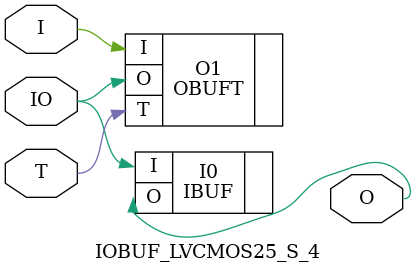
<source format=v>


`timescale  1 ps / 1 ps


module IOBUF_LVCMOS25_S_4 (O, IO, I, T);

    output O;

    inout  IO;

    input  I, T;

        OBUFT #(.IOSTANDARD("LVCMOS25"), .SLEW("SLOW"), .DRIVE(4)) O1 (.O(IO), .I(I), .T(T)); 
	IBUF #(.IOSTANDARD("LVCMOS25"))  I0 (.O(O), .I(IO));
        

endmodule



</source>
